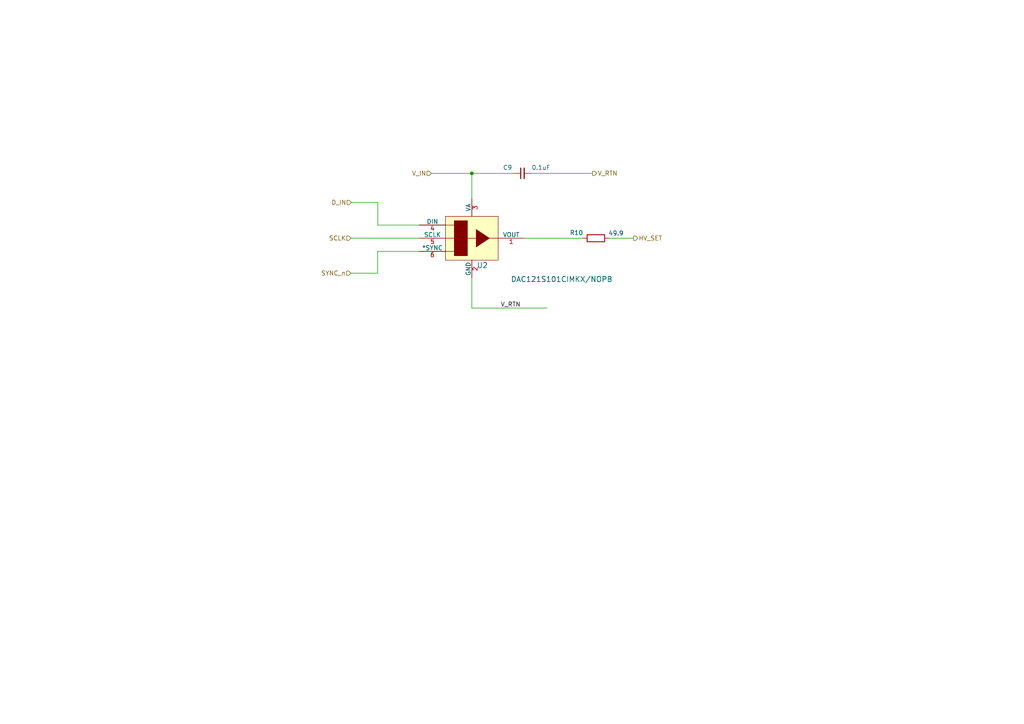
<source format=kicad_sch>
(kicad_sch
	(version 20250114)
	(generator "eeschema")
	(generator_version "9.0")
	(uuid "ace74d75-6755-44dc-b4e9-5424ec080977")
	(paper "A4")
	(lib_symbols
		(symbol "Passive_Parts:C"
			(pin_numbers
				(hide yes)
			)
			(pin_names
				(offset 0)
				(hide yes)
			)
			(exclude_from_sim no)
			(in_bom yes)
			(on_board yes)
			(property "Reference" "C"
				(at 2.54 5.08 0)
				(effects
					(font
						(size 1.27 1.27)
					)
				)
			)
			(property "Value" ""
				(at 0 0 0)
				(effects
					(font
						(size 1.27 1.27)
					)
				)
			)
			(property "Footprint" ""
				(at 0 0 0)
				(effects
					(font
						(size 1.27 1.27)
					)
					(hide yes)
				)
			)
			(property "Datasheet" ""
				(at 0 0 0)
				(effects
					(font
						(size 1.27 1.27)
					)
					(hide yes)
				)
			)
			(property "Description" ""
				(at 0 0 0)
				(effects
					(font
						(size 1.27 1.27)
					)
					(hide yes)
				)
			)
			(property "Manufacturer" ""
				(at 0 0 0)
				(effects
					(font
						(size 1.27 1.27)
					)
					(hide yes)
				)
			)
			(property "Man. Part Num" ""
				(at 0 0 0)
				(effects
					(font
						(size 1.27 1.27)
					)
					(hide yes)
				)
			)
			(property "Distributor" "Digi-Key"
				(at 0 0 0)
				(effects
					(font
						(size 1.27 1.27)
					)
					(hide yes)
				)
			)
			(property "Dist. Part Num" ""
				(at 0 0 0)
				(effects
					(font
						(size 1.27 1.27)
					)
					(hide yes)
				)
			)
			(property "Package" ""
				(at 0 0 0)
				(effects
					(font
						(size 1.27 1.27)
					)
					(hide yes)
				)
			)
			(property "Part Type" "SMD"
				(at 0 0 0)
				(effects
					(font
						(size 1.27 1.27)
					)
					(hide yes)
				)
			)
			(property "Notes" ""
				(at 0 0 0)
				(effects
					(font
						(size 1.27 1.27)
					)
					(hide yes)
				)
			)
			(symbol "C_0_1"
				(polyline
					(pts
						(xy 2.032 1.016) (xy 2.032 4.064)
					)
					(stroke
						(width 0.3048)
						(type default)
					)
					(fill
						(type none)
					)
				)
				(polyline
					(pts
						(xy 3.048 1.016) (xy 3.048 4.064)
					)
					(stroke
						(width 0.3302)
						(type default)
					)
					(fill
						(type none)
					)
				)
			)
			(symbol "C_1_1"
				(pin passive line
					(at 0 2.54 0)
					(length 2.032)
					(name "~"
						(effects
							(font
								(size 1.27 1.27)
							)
						)
					)
					(number "1"
						(effects
							(font
								(size 1.27 1.27)
							)
						)
					)
				)
				(pin passive line
					(at 5.08 2.54 180)
					(length 2.032)
					(name "~"
						(effects
							(font
								(size 1.27 1.27)
							)
						)
					)
					(number "2"
						(effects
							(font
								(size 1.27 1.27)
							)
						)
					)
				)
			)
			(embedded_fonts no)
		)
		(symbol "Passive_Parts:R"
			(pin_numbers
				(hide yes)
			)
			(pin_names
				(offset 0)
				(hide yes)
			)
			(exclude_from_sim no)
			(in_bom yes)
			(on_board yes)
			(property "Reference" "R"
				(at 2.54 5.08 0)
				(effects
					(font
						(size 1.27 1.27)
					)
				)
			)
			(property "Value" ""
				(at 0 0 0)
				(effects
					(font
						(size 1.27 1.27)
					)
				)
			)
			(property "Footprint" ""
				(at 0 0 0)
				(effects
					(font
						(size 1.27 1.27)
					)
					(hide yes)
				)
			)
			(property "Datasheet" ""
				(at 0 0 0)
				(effects
					(font
						(size 1.27 1.27)
					)
					(hide yes)
				)
			)
			(property "Description" ""
				(at 0 0 0)
				(effects
					(font
						(size 1.27 1.27)
					)
					(hide yes)
				)
			)
			(property "Manufacturer" ""
				(at 0 0 0)
				(effects
					(font
						(size 1.27 1.27)
					)
					(hide yes)
				)
			)
			(property "Man. Part Num" ""
				(at 0 0 0)
				(effects
					(font
						(size 1.27 1.27)
					)
					(hide yes)
				)
			)
			(property "Distributor" "Digi-Key"
				(at 0 0 0)
				(effects
					(font
						(size 1.27 1.27)
					)
					(hide yes)
				)
			)
			(property "Dist. Part Num" ""
				(at 0 0 0)
				(effects
					(font
						(size 1.27 1.27)
					)
					(hide yes)
				)
			)
			(property "Part Type" "SMD"
				(at 0 0 0)
				(effects
					(font
						(size 1.27 1.27)
					)
					(hide yes)
				)
			)
			(property "Notes" ""
				(at 0 0 0)
				(effects
					(font
						(size 1.27 1.27)
					)
					(hide yes)
				)
			)
			(property "Package" ""
				(at 0 0 0)
				(effects
					(font
						(size 1.27 1.27)
					)
					(hide yes)
				)
			)
			(symbol "R_0_1"
				(rectangle
					(start 5.08 1.524)
					(end 0 3.556)
					(stroke
						(width 0.254)
						(type default)
					)
					(fill
						(type none)
					)
				)
			)
			(symbol "R_1_1"
				(pin passive line
					(at -1.27 2.54 0)
					(length 1.27)
					(name "~"
						(effects
							(font
								(size 1.27 1.27)
							)
						)
					)
					(number "1"
						(effects
							(font
								(size 1.27 1.27)
							)
						)
					)
				)
				(pin passive line
					(at 6.35 2.54 180)
					(length 1.27)
					(name "~"
						(effects
							(font
								(size 1.27 1.27)
							)
						)
					)
					(number "2"
						(effects
							(font
								(size 1.27 1.27)
							)
						)
					)
				)
			)
			(embedded_fonts no)
		)
		(symbol "Texas_Instruments:DAC121S101CIMKX_NOPB"
			(pin_names
				(offset 0)
			)
			(exclude_from_sim no)
			(in_bom yes)
			(on_board yes)
			(property "Reference" "U"
				(at 10.668 -1.524 0)
				(effects
					(font
						(size 1.524 1.524)
					)
				)
			)
			(property "Value" "DAC121S101CIMKX/NOPB"
				(at 24.638 -4.318 0)
				(effects
					(font
						(size 1.524 1.524)
					)
				)
			)
			(property "Footprint" "Texas Instruments:MK06A"
				(at -12.7 -3.556 0)
				(effects
					(font
						(size 1.27 1.27)
						(italic yes)
					)
					(hide yes)
				)
			)
			(property "Datasheet" "DAC121S101CIMKX/NOPB"
				(at -11.176 -7.112 0)
				(effects
					(font
						(size 1.27 1.27)
						(italic yes)
					)
					(hide yes)
				)
			)
			(property "Description" "12-Bit DAC"
				(at 22.86 6.35 0)
				(effects
					(font
						(size 1.27 1.27)
					)
					(hide yes)
				)
			)
			(property "Manufacturer" "Texas Instruments"
				(at 0 0 0)
				(effects
					(font
						(size 1.27 1.27)
					)
					(hide yes)
				)
			)
			(property "Man. Part Num" "DAC121S101CIMKX/NOPB"
				(at 0 0 0)
				(effects
					(font
						(size 1.27 1.27)
					)
					(hide yes)
				)
			)
			(property "Distributor" "Digi-Key"
				(at 0 0 0)
				(effects
					(font
						(size 1.27 1.27)
					)
					(hide yes)
				)
			)
			(property "Dist. Part Num" "296-38083-1-ND"
				(at 0 0 0)
				(effects
					(font
						(size 1.27 1.27)
					)
					(hide yes)
				)
			)
			(property "Package" "TSOT23-6"
				(at 0 0 0)
				(effects
					(font
						(size 1.27 1.27)
					)
					(hide yes)
				)
			)
			(property "Part Type" "SMD"
				(at 0 0 0)
				(effects
					(font
						(size 1.27 1.27)
					)
					(hide yes)
				)
			)
			(property "Notes" ""
				(at 0 0 0)
				(effects
					(font
						(size 1.27 1.27)
					)
					(hide yes)
				)
			)
			(property "ki_keywords" "DAC121S101CIMKX/NOPB"
				(at 0 0 0)
				(effects
					(font
						(size 1.27 1.27)
					)
					(hide yes)
				)
			)
			(property "ki_fp_filters" "MK06A MK06A-M MK06A-L"
				(at 0 0 0)
				(effects
					(font
						(size 1.27 1.27)
					)
					(hide yes)
				)
			)
			(symbol "DAC121S101CIMKX_NOPB_0_1"
				(pin input line
					(at -7.62 10.16 0)
					(length 7.62)
					(name "DIN"
						(effects
							(font
								(size 1.27 1.27)
							)
						)
					)
					(number "4"
						(effects
							(font
								(size 1.27 1.27)
							)
						)
					)
				)
				(pin input line
					(at -7.62 6.35 0)
					(length 7.62)
					(name "SCLK"
						(effects
							(font
								(size 1.27 1.27)
							)
						)
					)
					(number "5"
						(effects
							(font
								(size 1.27 1.27)
							)
						)
					)
				)
				(pin input line
					(at -7.62 2.54 0)
					(length 7.62)
					(name "*SYNC"
						(effects
							(font
								(size 1.27 1.27)
							)
						)
					)
					(number "6"
						(effects
							(font
								(size 1.27 1.27)
							)
						)
					)
				)
				(pin output line
					(at 22.86 6.35 180)
					(length 7.62)
					(name "VOUT"
						(effects
							(font
								(size 1.27 1.27)
							)
						)
					)
					(number "1"
						(effects
							(font
								(size 1.27 1.27)
							)
						)
					)
				)
			)
			(symbol "DAC121S101CIMKX_NOPB_1_1"
				(rectangle
					(start 0 12.7)
					(end 15.24 0)
					(stroke
						(width 0)
						(type default)
					)
					(fill
						(type background)
					)
				)
				(polyline
					(pts
						(xy 0 10.16) (xy 2.54 10.16)
					)
					(stroke
						(width 0)
						(type default)
					)
					(fill
						(type none)
					)
				)
				(polyline
					(pts
						(xy 0 6.35) (xy 2.54 6.35)
					)
					(stroke
						(width 0)
						(type default)
					)
					(fill
						(type none)
					)
				)
				(polyline
					(pts
						(xy 0 2.54) (xy 2.54 2.54)
					)
					(stroke
						(width 0)
						(type default)
					)
					(fill
						(type none)
					)
				)
				(rectangle
					(start 2.54 11.43)
					(end 6.35 1.27)
					(stroke
						(width 0)
						(type default)
					)
					(fill
						(type outline)
					)
				)
				(polyline
					(pts
						(xy 6.35 6.35) (xy 8.89 6.35)
					)
					(stroke
						(width 0)
						(type default)
					)
					(fill
						(type none)
					)
				)
				(polyline
					(pts
						(xy 8.89 3.81) (xy 8.89 8.89) (xy 12.7 6.35) (xy 8.89 3.81)
					)
					(stroke
						(width 0)
						(type default)
					)
					(fill
						(type outline)
					)
				)
				(polyline
					(pts
						(xy 12.7 6.35) (xy 15.24 6.35)
					)
					(stroke
						(width 0)
						(type default)
					)
					(fill
						(type none)
					)
				)
				(pin power_in line
					(at 7.62 17.78 270)
					(length 5.08)
					(name "VA"
						(effects
							(font
								(size 1.27 1.27)
							)
						)
					)
					(number "3"
						(effects
							(font
								(size 1.27 1.27)
							)
						)
					)
				)
				(pin power_in line
					(at 7.62 -5.08 90)
					(length 5.08)
					(name "GND"
						(effects
							(font
								(size 1.27 1.27)
							)
						)
					)
					(number "2"
						(effects
							(font
								(size 1.27 1.27)
							)
						)
					)
				)
			)
			(embedded_fonts no)
		)
	)
	(junction
		(at 136.8498 50.2803)
		(diameter 0)
		(color 0 0 0 0)
		(uuid "898076ed-54ae-416a-80a1-f63c64d35712")
	)
	(wire
		(pts
			(xy 109.5831 58.7245) (xy 109.5831 65.284)
		)
		(stroke
			(width 0)
			(type default)
		)
		(uuid "02684e2a-e77c-4847-b6c0-cd155d78e768")
	)
	(wire
		(pts
			(xy 136.8498 89.3555) (xy 158.6917 89.3555)
		)
		(stroke
			(width 0)
			(type default)
		)
		(uuid "1b00afc6-3316-4c23-a68c-5e1ec89400e3")
	)
	(wire
		(pts
			(xy 101.7696 79.2411) (xy 109.5352 79.2411)
		)
		(stroke
			(width 0)
			(type default)
		)
		(uuid "4a511a8d-7a81-43e2-9e0d-6b3e9e665174")
	)
	(wire
		(pts
			(xy 109.5352 72.904) (xy 121.6098 72.904)
		)
		(stroke
			(width 0)
			(type default)
		)
		(uuid "5f0171f2-55e3-4b94-92f7-493da4bcbdbb")
	)
	(wire
		(pts
			(xy 152.0898 69.094) (xy 169.0244 69.094)
		)
		(stroke
			(width 0)
			(type default)
		)
		(uuid "66399cc7-0e54-4c88-b79d-53b359408f2a")
	)
	(wire
		(pts
			(xy 136.8498 50.2803) (xy 148.9914 50.2803)
		)
		(stroke
			(width 0)
			(type default)
		)
		(uuid "70796c5f-9dcb-4d45-ba5e-1b8bdf37b065")
	)
	(wire
		(pts
			(xy 121.6098 69.0787) (xy 121.6098 69.094)
		)
		(stroke
			(width 0)
			(type default)
		)
		(uuid "7b9c36d0-33ad-4b86-819d-9d55f0e3a911")
	)
	(wire
		(pts
			(xy 136.8498 89.3555) (xy 136.8498 80.524)
		)
		(stroke
			(width 0)
			(type default)
		)
		(uuid "916a5eb3-9b03-4e23-86dc-c07f3a916ca0")
	)
	(wire
		(pts
			(xy 183.7312 69.094) (xy 176.6444 69.094)
		)
		(stroke
			(width 0)
			(type default)
		)
		(uuid "9dc5a436-24ef-45f1-85c6-3cf73afbb7f0")
	)
	(wire
		(pts
			(xy 109.5831 65.284) (xy 121.6098 65.284)
		)
		(stroke
			(width 0)
			(type default)
		)
		(uuid "c1793879-0be4-43f1-8c72-dd7d120ce731")
	)
	(wire
		(pts
			(xy 109.5352 79.2411) (xy 109.5352 72.904)
		)
		(stroke
			(width 0)
			(type default)
		)
		(uuid "c4b4bb9e-c32e-4984-af4d-620e2a4d2a08")
	)
	(wire
		(pts
			(xy 101.8175 69.0787) (xy 121.6098 69.0787)
		)
		(stroke
			(width 0)
			(type default)
		)
		(uuid "cff5fb70-2df6-4729-9200-0ade1c672f8c")
	)
	(wire
		(pts
			(xy 136.8498 57.664) (xy 136.8498 50.2803)
		)
		(stroke
			(width 0)
			(type default)
		)
		(uuid "d0bd48df-a7bc-4300-b04c-b3adb57b968a")
	)
	(wire
		(pts
			(xy 154.0714 50.2803) (xy 171.8514 50.2803)
		)
		(stroke
			(width 0)
			(type default)
		)
		(uuid "e4bf85dd-db84-4500-bfe5-e10d95500c88")
	)
	(wire
		(pts
			(xy 101.9134 58.7245) (xy 109.5831 58.7245)
		)
		(stroke
			(width 0)
			(type default)
		)
		(uuid "f08dccbc-1dad-480d-b225-5f57245f1762")
	)
	(wire
		(pts
			(xy 125.0887 50.2803) (xy 136.8498 50.2803)
		)
		(stroke
			(width 0)
			(type default)
		)
		(uuid "f700d429-b6bf-43e2-89c8-0d0261aa3e93")
	)
	(label "V_RTN"
		(at 145.1874 89.3555 0)
		(effects
			(font
				(size 1.27 1.27)
			)
			(justify left bottom)
		)
		(uuid "e9e4ebb7-6101-44a5-bfcb-079d291b5ae1")
	)
	(hierarchical_label "SCLK"
		(shape input)
		(at 101.8175 69.0787 180)
		(effects
			(font
				(size 1.27 1.27)
			)
			(justify right)
		)
		(uuid "116ca128-cc35-4551-a960-5ed3f452589b")
	)
	(hierarchical_label "D_IN"
		(shape input)
		(at 101.9134 58.7245 180)
		(effects
			(font
				(size 1.27 1.27)
			)
			(justify right)
		)
		(uuid "1d8ddd81-1705-4827-aeba-4e6abbfde818")
	)
	(hierarchical_label "V_IN"
		(shape input)
		(at 125.0887 50.2803 180)
		(effects
			(font
				(size 1.27 1.27)
			)
			(justify right)
		)
		(uuid "2d269ce5-fc99-4bbc-902d-9b5cdf97af12")
	)
	(hierarchical_label "SYNC_n"
		(shape input)
		(at 101.7696 79.2411 180)
		(effects
			(font
				(size 1.27 1.27)
			)
			(justify right)
		)
		(uuid "461581ae-07d7-4130-b459-0df99f0f5978")
	)
	(hierarchical_label "HV_SET"
		(shape output)
		(at 183.7312 69.094 0)
		(effects
			(font
				(size 1.27 1.27)
			)
			(justify left)
		)
		(uuid "778f1e61-4db5-4601-9820-dc55440f96b9")
	)
	(hierarchical_label "V_RTN"
		(shape output)
		(at 171.8514 50.2803 0)
		(effects
			(font
				(size 1.27 1.27)
			)
			(justify left)
		)
		(uuid "e00f673c-0d33-4f38-9eed-a8e8a5be22ef")
	)
	(symbol
		(lib_id "Texas_Instruments:DAC121S101CIMKX_NOPB")
		(at 129.2298 75.444 0)
		(unit 1)
		(exclude_from_sim no)
		(in_bom yes)
		(on_board yes)
		(dnp no)
		(uuid "012da9af-2e6b-4d13-80bf-14253d796333")
		(property "Reference" "U2"
			(at 139.8978 76.968 0)
			(effects
				(font
					(size 1.524 1.524)
				)
			)
		)
		(property "Value" "DAC121S101CIMKX/NOPB"
			(at 162.9117 80.9907 0)
			(effects
				(font
					(size 1.524 1.524)
				)
			)
		)
		(property "Footprint" "Texas_Instruments:MK06A"
			(at 116.5298 79 0)
			(effects
				(font
					(size 1.27 1.27)
					(italic yes)
				)
				(hide yes)
			)
		)
		(property "Datasheet" "DAC121S101CIMKX/NOPB"
			(at 118.0538 82.556 0)
			(effects
				(font
					(size 1.27 1.27)
					(italic yes)
				)
				(hide yes)
			)
		)
		(property "Description" "12-Bit DAC"
			(at 152.0898 69.094 0)
			(effects
				(font
					(size 1.27 1.27)
				)
				(hide yes)
			)
		)
		(property "Manufacturer" "Texas Instruments"
			(at 129.2298 75.444 0)
			(effects
				(font
					(size 1.27 1.27)
				)
				(hide yes)
			)
		)
		(property "Man. Part Num" "DAC121S101CIMKX/NOPB"
			(at 129.2298 75.444 0)
			(effects
				(font
					(size 1.27 1.27)
				)
				(hide yes)
			)
		)
		(property "Distributor" "Digi-Key"
			(at 129.2298 75.444 0)
			(effects
				(font
					(size 1.27 1.27)
				)
				(hide yes)
			)
		)
		(property "Dist. Part Num" "296-38083-1-ND"
			(at 129.2298 75.444 0)
			(effects
				(font
					(size 1.27 1.27)
				)
				(hide yes)
			)
		)
		(property "Package" "TSOT23-6"
			(at 129.2298 75.444 0)
			(effects
				(font
					(size 1.27 1.27)
				)
				(hide yes)
			)
		)
		(property "Part Type" "SMD"
			(at 129.2298 75.444 0)
			(effects
				(font
					(size 1.27 1.27)
				)
				(hide yes)
			)
		)
		(property "Notes" ""
			(at 129.2298 75.444 0)
			(effects
				(font
					(size 1.27 1.27)
				)
				(hide yes)
			)
		)
		(pin "4"
			(uuid "0c50d5e5-07b8-4b2c-91d0-1c175fd2f490")
		)
		(pin "5"
			(uuid "e88c4866-a4be-452d-954f-07468aedf51f")
		)
		(pin "2"
			(uuid "e68c0d38-c8e1-4e60-b284-64d5e0d9a05a")
		)
		(pin "1"
			(uuid "2ca3e32a-a7c3-498f-b652-1286287fbb87")
		)
		(pin "3"
			(uuid "90674527-bab4-4ca7-bbed-1618b3dd39c9")
		)
		(pin "6"
			(uuid "9be762b5-0083-45a0-bb63-7ca25a94ee17")
		)
		(instances
			(project ""
				(path "/5ecd9e82-fea0-4c47-a005-55cc512b1aa2/59049e00-d9bc-4d40-ac36-1ebff253f81d"
					(reference "U2")
					(unit 1)
				)
			)
		)
	)
	(symbol
		(lib_id "Passive_Parts:C")
		(at 148.9914 52.8203 0)
		(unit 1)
		(exclude_from_sim no)
		(in_bom yes)
		(on_board yes)
		(dnp no)
		(uuid "0f4f26c9-fcd0-47ee-9730-e79da15b9698")
		(property "Reference" "C9"
			(at 147.2128 48.5934 0)
			(effects
				(font
					(size 1.27 1.27)
				)
			)
		)
		(property "Value" "0.1uF"
			(at 156.9141 48.5934 0)
			(effects
				(font
					(size 1.27 1.27)
				)
			)
		)
		(property "Footprint" "Capacitor_SMD:C_0603_1608Metric"
			(at 148.9914 52.8203 0)
			(effects
				(font
					(size 1.27 1.27)
				)
				(hide yes)
			)
		)
		(property "Datasheet" "https://www.yageo.com/en/Chart/Download/pdf/CC0603KRX7R7BB104"
			(at 148.9914 52.8203 0)
			(effects
				(font
					(size 1.27 1.27)
				)
				(hide yes)
			)
		)
		(property "Description" "0.1 µF ±10% 50V Ceramic Capacitor X7R 0603 (1608 Metric)"
			(at 148.9914 52.8203 0)
			(effects
				(font
					(size 1.27 1.27)
				)
				(hide yes)
			)
		)
		(property "Manufacturer" "KEMET"
			(at 148.9914 52.8203 0)
			(effects
				(font
					(size 1.27 1.27)
				)
				(hide yes)
			)
		)
		(property "Man. Part Num" "CC0603KRX7R7BB104"
			(at 148.9914 52.8203 0)
			(effects
				(font
					(size 1.27 1.27)
				)
				(hide yes)
			)
		)
		(property "Distributor" "Digi-Key"
			(at 148.9914 52.8203 0)
			(effects
				(font
					(size 1.27 1.27)
				)
				(hide yes)
			)
		)
		(property "Dist. Part Num" "311-1088-1-ND"
			(at 148.9914 52.8203 0)
			(effects
				(font
					(size 1.27 1.27)
				)
				(hide yes)
			)
		)
		(property "Package" "0603 (1608 Metric)"
			(at 148.9914 52.8203 0)
			(effects
				(font
					(size 1.27 1.27)
				)
				(hide yes)
			)
		)
		(property "Part Type" "SMD"
			(at 148.9914 52.8203 0)
			(effects
				(font
					(size 1.27 1.27)
				)
				(hide yes)
			)
		)
		(property "Notes" ""
			(at 148.9914 52.8203 0)
			(effects
				(font
					(size 1.27 1.27)
				)
				(hide yes)
			)
		)
		(pin "2"
			(uuid "7df96a75-7954-4fe2-8366-d94a3a8c621b")
		)
		(pin "1"
			(uuid "e9c0dffc-f812-4c83-8b0c-c713900f4fc3")
		)
		(instances
			(project "TPC_COLD_HV_PDU"
				(path "/5ecd9e82-fea0-4c47-a005-55cc512b1aa2/59049e00-d9bc-4d40-ac36-1ebff253f81d"
					(reference "C9")
					(unit 1)
				)
			)
		)
	)
	(symbol
		(lib_id "Passive_Parts:R")
		(at 175.3744 66.554 180)
		(unit 1)
		(exclude_from_sim no)
		(in_bom yes)
		(on_board yes)
		(dnp no)
		(uuid "ffbfd0f9-9bd5-4597-aa35-70201ec1b972")
		(property "Reference" "R10"
			(at 167.2089 67.5109 0)
			(effects
				(font
					(size 1.27 1.27)
				)
			)
		)
		(property "Value" "49.9"
			(at 178.6792 67.6479 0)
			(effects
				(font
					(size 1.27 1.27)
				)
			)
		)
		(property "Footprint" "Resistor_SMD:R_0603_1608Metric"
			(at 175.3744 66.554 0)
			(effects
				(font
					(size 1.27 1.27)
				)
				(hide yes)
			)
		)
		(property "Datasheet" "https://industrial.panasonic.com/cdbs/www-data/pdf/RDA0000/AOA0000C304.pdf"
			(at 175.3744 66.554 0)
			(effects
				(font
					(size 1.27 1.27)
				)
				(hide yes)
			)
		)
		(property "Description" "49.9 Ohms ±1% 0.1W, 1/10W Chip Resistor 0603 (1608 Metric) Automotive AEC-Q200 Thick Film"
			(at 175.3744 66.554 0)
			(effects
				(font
					(size 1.27 1.27)
				)
				(hide yes)
			)
		)
		(property "Manufacturer" "Panasonic Electronic Components"
			(at 175.3744 66.554 0)
			(effects
				(font
					(size 1.27 1.27)
				)
				(hide yes)
			)
		)
		(property "Man. Part Num" "ERJ-3EKF49R9V"
			(at 175.3744 66.554 0)
			(effects
				(font
					(size 1.27 1.27)
				)
				(hide yes)
			)
		)
		(property "Distributor" "Digi-Key"
			(at 175.3744 66.554 0)
			(effects
				(font
					(size 1.27 1.27)
				)
				(hide yes)
			)
		)
		(property "Dist. Part Num" "P49.9HCT-ND"
			(at 175.3744 66.554 0)
			(effects
				(font
					(size 1.27 1.27)
				)
				(hide yes)
			)
		)
		(property "Part Type" "SMD"
			(at 175.3744 66.554 0)
			(effects
				(font
					(size 1.27 1.27)
				)
				(hide yes)
			)
		)
		(property "Notes" ""
			(at 175.3744 66.554 0)
			(effects
				(font
					(size 1.27 1.27)
				)
				(hide yes)
			)
		)
		(property "Package" "0603 (1608 Metric)"
			(at 175.3744 66.554 0)
			(effects
				(font
					(size 1.27 1.27)
				)
				(hide yes)
			)
		)
		(pin "1"
			(uuid "b63c556a-17c0-4689-95b2-aba092eabf34")
		)
		(pin "2"
			(uuid "ad8d1a0b-a617-40ea-9ae8-1be1a05a446f")
		)
		(instances
			(project ""
				(path "/5ecd9e82-fea0-4c47-a005-55cc512b1aa2/59049e00-d9bc-4d40-ac36-1ebff253f81d"
					(reference "R10")
					(unit 1)
				)
			)
		)
	)
)

</source>
